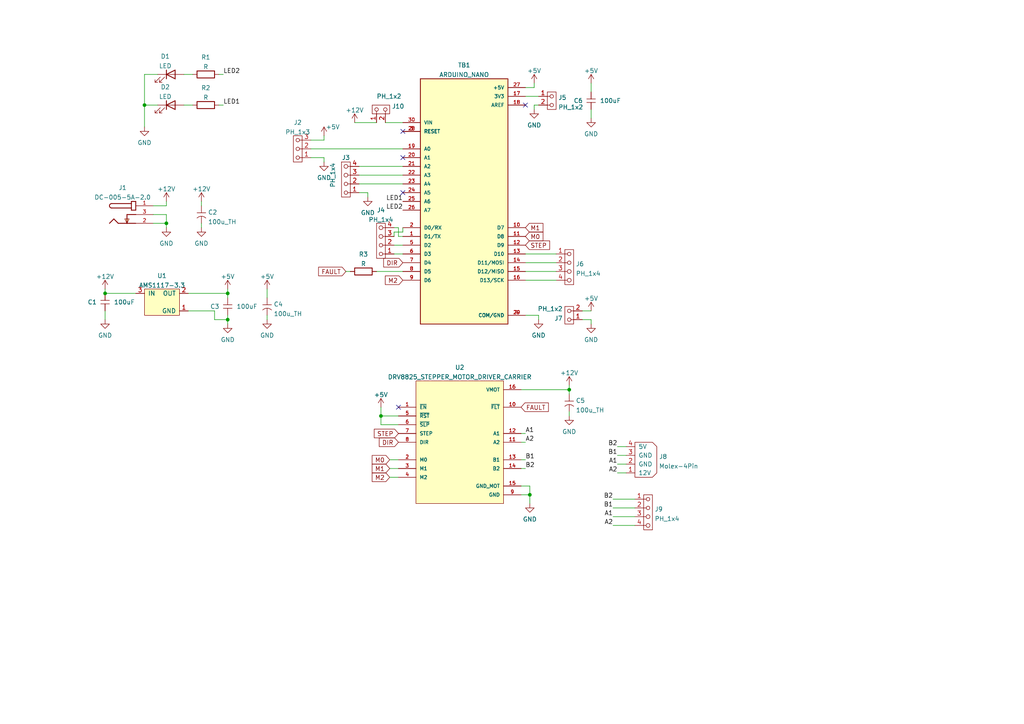
<source format=kicad_sch>
(kicad_sch (version 20211123) (generator eeschema)
  (paper "A4")
  (lib_symbols
    (symbol "oth:Molex-4Pin" (pin_names (offset 1.016))
      (property "Reference" "J" (at 1.27 6.35 0))
      (property "Value" "Molex-4Pin" (at 5.08 -6.35 0))
      (symbol "Molex-4Pin_0_1"
        (polyline (pts (xy 0 5.08) (xy 0 -5.08) (xy 5.08 -5.08) (xy 6.35 -3.81) (xy 6.35 0) (xy 6.35 3.81) (xy 5.08 5.08) (xy 0 5.08)))
      )
      (symbol "Molex-4Pin_1_1"
        (pin passive line (at -2.54 -3.81 0) (length 2.54) (name "12V") (number "1"))
        (pin passive line (at -2.54 -1.27 0) (length 2.54) (name "GND") (number "2"))
        (pin passive line (at -2.54 1.27 0) (length 2.54) (name "GND") (number "3"))
        (pin passive line (at -2.54 3.81 0) (length 2.54) (name "5V") (number "4"))
      )
    )
    (symbol "oth:PH_1x4" (pin_names (offset 1.016) hide)
      (property "Reference" "J" (at 0 3.81 0))
      (property "Value" "PH_1x4" (at 0 -8.89 0))
      (symbol "PH_1x4_0_1"
        (rectangle (start -1.27 2.54) (end 1.27 -7.62))
        (circle (center 0 -3.81) (radius 0.5588))
        (circle (center 0 -1.27) (radius 0.508))
        (polyline (pts (xy -1.27 -3.81) (xy -0.635 -3.81)))
        (polyline (pts (xy -0.508 -1.27) (xy -1.27 -1.27)))
        (polyline (pts (xy -0.508 1.27) (xy -1.27 1.27)))
        (circle (center 0 1.27) (radius 0.508))
        (rectangle (start 1.27 -7.62) (end 1.27 -7.62))
      )
      (symbol "PH_1x4_1_1"
        (circle (center 0 -6.35) (radius 0.5588))
        (polyline (pts (xy -1.27 -6.35) (xy -0.635 -6.35)))
        (pin input line (at -3.81 1.27 0) (length 2.54) (name "1") (number "1"))
        (pin input line (at -3.81 -1.27 0) (length 2.54) (name "2") (number "2"))
        (pin input line (at -3.81 -3.81 0) (length 2.54) (name "3") (number "3"))
        (pin input line (at -3.81 -6.35 0) (length 2.54) (name "4") (number "4"))
      )
    )
    (symbol "power:+12V" (power) (pin_names (offset 0))
      (property "Value" "+12V" (at 0 3.556 0))
      (symbol "+12V_0_1"
        (polyline (pts (xy -0.762 1.27) (xy 0 2.54)))
        (polyline (pts (xy 0 0) (xy 0 2.54)))
        (polyline (pts (xy 0 2.54) (xy 0.762 1.27)))
      )
      (symbol "+12V_1_1"
        (pin power_in line (at 0 0 90) (length 0) hide (name "+12V") (number "1"))
      )
    )
    (symbol "power:+5V" (power) (pin_names (offset 0))
      (property "Value" "+5V" (at 0 3.556 0))
      (symbol "+5V_0_1"
        (polyline (pts (xy -0.762 1.27) (xy 0 2.54)))
        (polyline (pts (xy 0 0) (xy 0 2.54)))
        (polyline (pts (xy 0 2.54) (xy 0.762 1.27)))
      )
      (symbol "+5V_1_1"
        (pin power_in line (at 0 0 90) (length 0) hide (name "+5V") (number "1"))
      )
    )
    (symbol "power:GND" (power) (pin_names (offset 0))
      (property "Value" "GND" (at 0 -3.81 0))
      (symbol "GND_0_1"
        (polyline (pts (xy 0 0) (xy 0 -1.27) (xy 1.27 -1.27) (xy 0 -2.54) (xy -1.27 -1.27) (xy 0 -1.27)))
      )
      (symbol "GND_1_1"
        (pin power_in line (at 0 0 270) (length 0) hide (name "GND") (number "1"))
      )
    )
    (symbol "sch:100uF" (pin_numbers hide) (pin_names (offset 1.016) hide)
      (property "Reference" "C" (at -1.905 1.905 0))
      (property "Value" "100uF" (at 3.175 -1.905 0))
      (symbol "100uF_0_1"
        (polyline (pts (xy -0.508 1.27) (xy -0.508 -1.27)))
        (polyline (pts (xy 0.508 1.27) (xy 0.508 -1.27)))
      )
      (symbol "100uF_1_1"
        (pin input line (at -2.54 0 0) (length 2.032) (name "1") (number "1"))
        (pin input line (at 2.54 0 180) (length 2.032) (name "2") (number "2"))
      )
    )
    (symbol "sch:100u_TH" (pin_numbers hide) (pin_names (offset 1.016) hide)
      (property "Reference" "C" (at -1.905 1.905 0))
      (property "Value" "100u_TH" (at 2.032 -2.54 0))
      (symbol "100u_TH_0_1"
        (polyline (pts (xy -0.508 1.27) (xy -0.508 -1.27)))
        (arc (start 1.016 1.27) (mid 0.4899 0) (end 1.016 -1.27))
      )
      (symbol "100u_TH_1_1"
        (pin input line (at -2.54 0 0) (length 2.032) (name "+") (number "+"))
        (pin input line (at 2.54 0 180) (length 2.032) (name "-") (number "-"))
      )
    )
    (symbol "sch:AMS1117-3.3" (pin_names (offset 1.016))
      (property "Reference" "U" (at -3.81 3.81 0))
      (property "Value" "AMS1117-3.3" (at -1.27 -6.35 0))
      (symbol "AMS1117-3.3_0_1"
        (rectangle (start -5.08 2.54) (end 5.08 -5.08) (fill (type background)))
      )
      (symbol "AMS1117-3.3_1_1"
        (pin passive line (at 7.62 -3.81 180) (length 2.54) (name "GND") (number "1"))
        (pin passive line (at 7.62 1.27 180) (length 2.54) (name "OUT") (number "2"))
        (pin passive line (at -7.62 1.27 0) (length 2.54) (name "IN") (number "3"))
        (pin passive line (at 7.62 1.27 180) (length 2.54) hide (name "OUT") (number "4"))
      )
    )
    (symbol "sch:ARDUINO_NANO" (pin_names (offset 1.016))
      (property "Reference" "TB" (at -12.7 35.56 0))
      (property "Value" "ARDUINO_NANO" (at -12.7 -38.1 0))
      (symbol "ARDUINO_NANO_0_0"
        (rectangle (start -12.7 -35.56) (end 12.7 35.56) (stroke (width 0.254)) (fill (type background)))
        (pin bidirectional line (at -17.78 -10.16 0) (length 5.08) (name "D1/TX") (number "1"))
        (pin bidirectional line (at 17.78 -7.62 180) (length 5.08) (name "D7") (number "10"))
        (pin bidirectional line (at 17.78 -10.16 180) (length 5.08) (name "D8") (number "11"))
        (pin bidirectional line (at 17.78 -12.7 180) (length 5.08) (name "D9") (number "12"))
        (pin bidirectional line (at 17.78 -15.24 180) (length 5.08) (name "D10") (number "13"))
        (pin bidirectional line (at 17.78 -17.78 180) (length 5.08) (name "D11/MOSI") (number "14"))
        (pin bidirectional line (at 17.78 -20.32 180) (length 5.08) (name "D12/MISO") (number "15"))
        (pin bidirectional line (at 17.78 -22.86 180) (length 5.08) (name "D13/SCK") (number "16"))
        (pin power_in line (at 17.78 30.48 180) (length 5.08) (name "3V3") (number "17"))
        (pin power_in line (at 17.78 27.94 180) (length 5.08) (name "AREF") (number "18"))
        (pin input line (at -17.78 15.24 0) (length 5.08) (name "A0") (number "19"))
        (pin bidirectional line (at -17.78 -7.62 0) (length 5.08) (name "D0/RX") (number "2"))
        (pin input line (at -17.78 12.7 0) (length 5.08) (name "A1") (number "20"))
        (pin input line (at -17.78 10.16 0) (length 5.08) (name "A2") (number "21"))
        (pin input line (at -17.78 7.62 0) (length 5.08) (name "A3") (number "22"))
        (pin input line (at -17.78 5.08 0) (length 5.08) (name "A4") (number "23"))
        (pin input line (at -17.78 2.54 0) (length 5.08) (name "A5") (number "24"))
        (pin input line (at -17.78 0 0) (length 5.08) (name "A6") (number "25"))
        (pin input line (at -17.78 -2.54 0) (length 5.08) (name "A7") (number "26"))
        (pin power_in line (at 17.78 33.02 180) (length 5.08) (name "+5V") (number "27"))
        (pin input line (at -17.78 20.32 0) (length 5.08) (name "RESET") (number "28"))
        (pin power_in line (at 17.78 -33.02 180) (length 5.08) (name "COM/GND") (number "29"))
        (pin input line (at -17.78 20.32 0) (length 5.08) (name "RESET") (number "3"))
        (pin input line (at -17.78 22.86 0) (length 5.08) (name "VIN") (number "30"))
        (pin power_in line (at 17.78 -33.02 180) (length 5.08) (name "COM/GND") (number "4"))
        (pin bidirectional line (at -17.78 -12.7 0) (length 5.08) (name "D2") (number "5"))
        (pin bidirectional line (at -17.78 -15.24 0) (length 5.08) (name "D3") (number "6"))
        (pin bidirectional line (at -17.78 -17.78 0) (length 5.08) (name "D4") (number "7"))
        (pin bidirectional line (at -17.78 -20.32 0) (length 5.08) (name "D5") (number "8"))
        (pin bidirectional line (at -17.78 -22.86 0) (length 5.08) (name "D6") (number "9"))
      )
    )
    (symbol "sch:DC-005-5A-2.0" (pin_names (offset 1.016) hide)
      (property "Reference" "J" (at -5.08 5.08 0))
      (property "Value" "DC-005-5A-2.0" (at -5.08 -5.08 0))
      (symbol "DC-005-5A-2.0_0_0"
        (arc (start -4.445 3.175) (mid -5.08 2.54) (end -4.445 1.905) (stroke (width 0.254)))
        (polyline (pts (xy -4.445 1.905) (xy 1.27 1.905)) (stroke (width 0.254)))
        (polyline (pts (xy -4.445 3.175) (xy 1.27 3.175)) (stroke (width 0.254)))
        (polyline (pts (xy -3.81 -1.27) (xy -5.08 -2.54)) (stroke (width 0.254)))
        (polyline (pts (xy -2.54 -2.54) (xy -3.81 -1.27)) (stroke (width 0.254)))
        (polyline (pts (xy 0 -2.54) (xy -2.54 -2.54)) (stroke (width 0.254)))
        (polyline (pts (xy 0 0) (xy 0 -2.54)) (stroke (width 0.254)))
        (polyline (pts (xy 1.27 1.27) (xy 2.54 1.27)) (stroke (width 0.254)))
        (polyline (pts (xy 1.27 1.905) (xy 1.27 1.27)) (stroke (width 0.254)))
        (polyline (pts (xy 1.27 3.175) (xy 1.27 1.905)) (stroke (width 0.254)))
        (polyline (pts (xy 1.27 3.81) (xy 1.27 3.175)) (stroke (width 0.254)))
        (polyline (pts (xy 2.54 -2.54) (xy 0 -2.54)) (stroke (width 0.254)))
        (polyline (pts (xy 2.54 0) (xy 0 0)) (stroke (width 0.254)))
        (polyline (pts (xy 2.54 3.81) (xy 1.27 3.81)) (stroke (width 0.254)))
        (polyline (pts (xy 2.54 3.81) (xy 2.54 1.27)) (stroke (width 0.254)))
        (polyline (pts (xy -0.635 -1.27) (xy 0.635 -1.27) (xy 0 -2.54) (xy -0.635 -1.27)) (stroke (width 0.1524)) (fill (type background)))
        (pin passive line (at 7.62 2.54 180) (length 5.08) (name "~") (number "1"))
        (pin passive line (at 7.62 -2.54 180) (length 5.08) (name "~") (number "2"))
        (pin passive line (at 7.62 0 180) (length 5.08) (name "~") (number "3"))
      )
    )
    (symbol "sch:DRV8825_STEPPER_MOTOR_DRIVER_CARRIER" (pin_names (offset 1.016))
      (property "Reference" "U" (at -12.7 18.542 0))
      (property "Value" "DRV8825_STEPPER_MOTOR_DRIVER_CARRIER" (at -12.7 -20.32 0))
      (symbol "DRV8825_STEPPER_MOTOR_DRIVER_CARRIER_0_0"
        (rectangle (start -12.7 -17.78) (end 12.7 17.78) (stroke (width 0.1524)) (fill (type background)))
        (pin input line (at -17.78 10.16 0) (length 5.08) (name "~{EN}") (number "1"))
        (pin output line (at 17.78 10.16 180) (length 5.08) (name "~{FLT}") (number "10"))
        (pin output line (at 17.78 0 180) (length 5.08) (name "A2") (number "11"))
        (pin output line (at 17.78 2.54 180) (length 5.08) (name "A1") (number "12"))
        (pin output line (at 17.78 -5.08 180) (length 5.08) (name "B1") (number "13"))
        (pin output line (at 17.78 -7.62 180) (length 5.08) (name "B2") (number "14"))
        (pin power_in line (at 17.78 -12.7 180) (length 5.08) (name "GND_MOT") (number "15"))
        (pin power_in line (at 17.78 15.24 180) (length 5.08) (name "VMOT") (number "16"))
        (pin input line (at -17.78 -5.08 0) (length 5.08) (name "M0") (number "2"))
        (pin input line (at -17.78 -7.62 0) (length 5.08) (name "M1") (number "3"))
        (pin input line (at -17.78 -10.16 0) (length 5.08) (name "M2") (number "4"))
        (pin input line (at -17.78 7.62 0) (length 5.08) (name "~{RST}") (number "5"))
        (pin input line (at -17.78 5.08 0) (length 5.08) (name "~{SLP}") (number "6"))
        (pin input line (at -17.78 2.54 0) (length 5.08) (name "STEP") (number "7"))
        (pin input line (at -17.78 0 0) (length 5.08) (name "DIR") (number "8"))
        (pin power_in line (at 17.78 -15.24 180) (length 5.08) (name "GND") (number "9"))
      )
    )
    (symbol "sch:LED" (pin_numbers hide) (pin_names (offset 1.016) hide)
      (property "Reference" "D" (at 0 2.54 0))
      (property "Value" "LED" (at 0 -2.54 0))
      (symbol "LED_0_1"
        (polyline (pts (xy -1.27 -1.27) (xy -1.27 1.27)) (stroke (width 0.254)))
        (polyline (pts (xy -1.27 0) (xy 1.27 0)))
        (polyline (pts (xy 1.27 -1.27) (xy 1.27 1.27) (xy -1.27 0) (xy 1.27 -1.27)) (stroke (width 0.254)))
        (polyline (pts (xy -3.048 -0.762) (xy -4.572 -2.286) (xy -3.81 -2.286) (xy -4.572 -2.286) (xy -4.572 -1.524)))
        (polyline (pts (xy -1.778 -0.762) (xy -3.302 -2.286) (xy -2.54 -2.286) (xy -3.302 -2.286) (xy -3.302 -1.524)))
      )
      (symbol "LED_1_1"
        (pin passive line (at -3.81 0 0) (length 2.54) (name "K") (number "1"))
        (pin passive line (at 3.81 0 180) (length 2.54) (name "A") (number "2"))
      )
    )
    (symbol "sch:PH_1x2" (pin_names (offset 1.016) hide)
      (property "Reference" "J" (at 0 3.81 0))
      (property "Value" "PH_1x2" (at 2.54 -3.81 0))
      (symbol "PH_1x2_0_1"
        (rectangle (start -1.27 2.54) (end 1.27 -2.54))
        (circle (center 0 -1.27) (radius 0.508))
        (polyline (pts (xy -0.508 -1.27) (xy -1.27 -1.27)))
        (polyline (pts (xy -0.508 1.27) (xy -1.27 1.27)))
        (circle (center 0 1.27) (radius 0.508))
      )
      (symbol "PH_1x2_1_1"
        (pin input line (at -3.81 1.27 0) (length 2.54) (name "1") (number "1"))
        (pin input line (at -3.81 -1.27 0) (length 2.54) (name "2") (number "2"))
      )
    )
    (symbol "sch:PH_1x3" (pin_names (offset 1.016) hide)
      (property "Reference" "J" (at 0 3.81 0))
      (property "Value" "PH_1x3" (at 0 -6.35 0))
      (symbol "PH_1x3_0_1"
        (rectangle (start -1.27 2.54) (end 1.27 -5.08))
        (circle (center 0 -1.27) (radius 0.508))
        (polyline (pts (xy -0.508 -1.27) (xy -1.27 -1.27)))
        (polyline (pts (xy -0.508 1.27) (xy -1.27 1.27)))
        (circle (center 0 1.27) (radius 0.508))
      )
      (symbol "PH_1x3_1_1"
        (circle (center 0 -3.81) (radius 0.508))
        (polyline (pts (xy -0.508 -3.81) (xy -1.27 -3.81)))
        (pin input line (at -3.81 1.27 0) (length 2.54) (name "1") (number "1"))
        (pin input line (at -3.81 -1.27 0) (length 2.54) (name "2") (number "2"))
        (pin input line (at -3.81 -3.81 0) (length 2.54) (name "3") (number "3"))
      )
    )
    (symbol "sch:R" (pin_numbers hide) (pin_names (offset 0))
      (property "Reference" "R" (at 2.032 0 90))
      (property "Value" "R" (at 0 0 90))
      (symbol "R_0_1"
        (rectangle (start -1.016 -2.54) (end 1.016 2.54) (stroke (width 0.254)))
      )
      (symbol "R_1_1"
        (pin passive line (at 0 3.81 270) (length 1.27) (name "~") (number "1"))
        (pin passive line (at 0 -3.81 90) (length 1.27) (name "~") (number "2"))
      )
    )
  )
  (junction (at 165.1 113.03))
  (junction (at 30.48 85.09))
  (junction (at 110.49 120.65))
  (junction (at 66.04 85.09))
  (junction (at 66.04 92.71))
  (junction (at 41.91 30.48))
  (junction (at 48.26 64.77))
  (junction (at 153.67 143.51))
  (no_connect (at 115.57 118.11))
  (no_connect (at 116.84 45.72))
  (no_connect (at 116.84 38.1))
  (no_connect (at 116.84 55.88))
  (no_connect (at 152.4 30.48))
  (wire (pts (xy 168.91 90.17) (xy 171.45 90.17)))
  (wire (pts (xy 165.1 113.03) (xy 165.1 111.76)))
  (wire (pts (xy 77.47 91.44) (xy 77.47 92.71)))
  (wire (pts (xy 102.87 35.56) (xy 109.22 35.56)))
  (wire (pts (xy 115.57 123.19) (xy 110.49 123.19)))
  (wire (pts (xy 90.17 43.18) (xy 116.84 43.18)))
  (wire (pts (xy 115.57 120.65) (xy 110.49 120.65)))
  (wire (pts (xy 62.23 90.17) (xy 62.23 92.71)))
  (wire (pts (xy 114.3 71.12) (xy 116.84 71.12)))
  (wire (pts (xy 104.14 50.8) (xy 116.84 50.8)))
  (wire (pts (xy 41.91 30.48) (xy 45.72 30.48)))
  (wire (pts (xy 168.91 92.71) (xy 171.45 92.71)))
  (wire (pts (xy 171.45 24.13) (xy 171.45 26.67)))
  (wire (pts (xy 115.57 68.58) (xy 116.84 68.58)))
  (wire (pts (xy 66.04 92.71) (xy 66.04 93.98)))
  (wire (pts (xy 41.91 21.59) (xy 45.72 21.59)))
  (wire (pts (xy 77.47 83.82) (xy 77.47 86.36)))
  (wire (pts (xy 44.45 64.77) (xy 48.26 64.77)))
  (wire (pts (xy 62.23 92.71) (xy 66.04 92.71)))
  (wire (pts (xy 153.67 143.51) (xy 153.67 140.97)))
  (wire (pts (xy 104.14 55.88) (xy 106.68 55.88)))
  (wire (pts (xy 48.26 62.23) (xy 48.26 64.77)))
  (wire (pts (xy 93.98 46.99) (xy 93.98 45.72)))
  (wire (pts (xy 152.4 76.2) (xy 161.29 76.2)))
  (wire (pts (xy 111.76 35.56) (xy 116.84 35.56)))
  (wire (pts (xy 106.68 57.15) (xy 106.68 55.88)))
  (wire (pts (xy 151.13 128.27) (xy 152.4 128.27)))
  (wire (pts (xy 48.26 64.77) (xy 48.26 66.04)))
  (wire (pts (xy 30.48 83.82) (xy 30.48 85.09)))
  (wire (pts (xy 177.8 149.86) (xy 184.15 149.86)))
  (wire (pts (xy 58.42 58.42) (xy 58.42 59.69)))
  (wire (pts (xy 114.3 73.66) (xy 116.84 73.66)))
  (wire (pts (xy 30.48 85.09) (xy 39.37 85.09)))
  (wire (pts (xy 152.4 73.66) (xy 161.29 73.66)))
  (wire (pts (xy 66.04 91.44) (xy 66.04 92.71)))
  (wire (pts (xy 93.98 40.64) (xy 93.98 39.37)))
  (wire (pts (xy 179.07 132.08) (xy 181.61 132.08)))
  (wire (pts (xy 63.5 21.59) (xy 64.77 21.59)))
  (wire (pts (xy 151.13 113.03) (xy 165.1 113.03)))
  (wire (pts (xy 54.61 90.17) (xy 62.23 90.17)))
  (wire (pts (xy 30.48 90.17) (xy 30.48 92.71)))
  (wire (pts (xy 153.67 140.97) (xy 151.13 140.97)))
  (wire (pts (xy 151.13 135.89) (xy 152.4 135.89)))
  (wire (pts (xy 153.67 146.05) (xy 153.67 143.51)))
  (wire (pts (xy 115.57 138.43) (xy 113.03 138.43)))
  (wire (pts (xy 116.84 67.31) (xy 114.3 67.31)))
  (wire (pts (xy 151.13 143.51) (xy 153.67 143.51)))
  (wire (pts (xy 48.26 58.42) (xy 48.26 59.69)))
  (wire (pts (xy 151.13 133.35) (xy 152.4 133.35)))
  (wire (pts (xy 41.91 36.83) (xy 41.91 30.48)))
  (wire (pts (xy 152.4 78.74) (xy 161.29 78.74)))
  (wire (pts (xy 110.49 120.65) (xy 110.49 118.11)))
  (wire (pts (xy 154.94 25.4) (xy 152.4 25.4)))
  (wire (pts (xy 156.21 91.44) (xy 156.21 92.71)))
  (wire (pts (xy 109.22 78.74) (xy 116.84 78.74)))
  (wire (pts (xy 66.04 85.09) (xy 66.04 86.36)))
  (wire (pts (xy 66.04 83.82) (xy 66.04 85.09)))
  (wire (pts (xy 177.8 147.32) (xy 184.15 147.32)))
  (wire (pts (xy 179.07 129.54) (xy 181.61 129.54)))
  (wire (pts (xy 53.34 21.59) (xy 55.88 21.59)))
  (wire (pts (xy 177.8 144.78) (xy 184.15 144.78)))
  (wire (pts (xy 115.57 133.35) (xy 113.03 133.35)))
  (wire (pts (xy 179.07 137.16) (xy 181.61 137.16)))
  (wire (pts (xy 53.34 30.48) (xy 55.88 30.48)))
  (wire (pts (xy 114.3 67.31) (xy 114.3 68.58)))
  (wire (pts (xy 152.4 81.28) (xy 161.29 81.28)))
  (wire (pts (xy 171.45 31.75) (xy 171.45 34.29)))
  (wire (pts (xy 110.49 123.19) (xy 110.49 120.65)))
  (wire (pts (xy 177.8 152.4) (xy 184.15 152.4)))
  (wire (pts (xy 152.4 27.94) (xy 156.21 27.94)))
  (wire (pts (xy 171.45 92.71) (xy 171.45 93.98)))
  (wire (pts (xy 90.17 40.64) (xy 93.98 40.64)))
  (wire (pts (xy 151.13 125.73) (xy 152.4 125.73)))
  (wire (pts (xy 54.61 85.09) (xy 66.04 85.09)))
  (wire (pts (xy 90.17 45.72) (xy 93.98 45.72)))
  (wire (pts (xy 116.84 66.04) (xy 116.84 67.31)))
  (wire (pts (xy 58.42 64.77) (xy 58.42 66.04)))
  (wire (pts (xy 41.91 30.48) (xy 41.91 21.59)))
  (wire (pts (xy 100.33 78.74) (xy 101.6 78.74)))
  (wire (pts (xy 179.07 134.62) (xy 181.61 134.62)))
  (wire (pts (xy 104.14 48.26) (xy 116.84 48.26)))
  (wire (pts (xy 115.57 135.89) (xy 113.03 135.89)))
  (wire (pts (xy 152.4 91.44) (xy 156.21 91.44)))
  (wire (pts (xy 115.57 66.04) (xy 115.57 68.58)))
  (wire (pts (xy 165.1 113.03) (xy 165.1 114.3)))
  (wire (pts (xy 44.45 62.23) (xy 48.26 62.23)))
  (wire (pts (xy 154.94 31.75) (xy 154.94 30.48)))
  (wire (pts (xy 104.14 53.34) (xy 116.84 53.34)))
  (wire (pts (xy 154.94 24.13) (xy 154.94 25.4)))
  (wire (pts (xy 44.45 59.69) (xy 48.26 59.69)))
  (wire (pts (xy 154.94 30.48) (xy 156.21 30.48)))
  (wire (pts (xy 165.1 119.38) (xy 165.1 120.65)))
  (wire (pts (xy 114.3 66.04) (xy 115.57 66.04)))
  (wire (pts (xy 63.5 30.48) (xy 64.77 30.48)))
  (label "A1" (at 177.8 149.86 180))
  (label "A2" (at 177.8 152.4 180))
  (label "LED2" (at 116.84 60.96 180))
  (label "LED2" (at 64.77 21.59 0))
  (label "A1" (at 179.07 134.62 180))
  (label "A1" (at 152.4 125.73 0))
  (label "B1" (at 179.07 132.08 180))
  (label "B2" (at 152.4 135.89 0))
  (label "B2" (at 179.07 129.54 180))
  (label "LED1" (at 116.84 58.42 180))
  (label "A2" (at 152.4 128.27 0))
  (label "LED1" (at 64.77 30.48 0))
  (label "A2" (at 179.07 137.16 180))
  (label "B2" (at 177.8 144.78 180))
  (label "B1" (at 177.8 147.32 180))
  (label "B1" (at 152.4 133.35 0))
  (global_label "DIR" (shape input) (at 116.84 76.2 180) (property "Intersheet References" "${INTERSHEET_REFS}" (effects hide)))
  (global_label "DIR" (shape input) (at 115.57 128.27 180) (property "Intersheet References" "${INTERSHEET_REFS}" (effects hide)))
  (global_label "FAULT" (shape input) (at 151.13 118.11 0) (property "Intersheet References" "${INTERSHEET_REFS}" (effects hide)))
  (global_label "M0" (shape input) (at 152.4 68.58 0) (property "Intersheet References" "${INTERSHEET_REFS}" (effects hide)))
  (global_label "M2" (shape input) (at 116.84 81.28 180) (property "Intersheet References" "${INTERSHEET_REFS}" (effects hide)))
  (global_label "M0" (shape input) (at 113.03 133.35 180) (property "Intersheet References" "${INTERSHEET_REFS}" (effects hide)))
  (global_label "M2" (shape input) (at 113.03 138.43 180) (property "Intersheet References" "${INTERSHEET_REFS}" (effects hide)))
  (global_label "M1" (shape input) (at 113.03 135.89 180) (property "Intersheet References" "${INTERSHEET_REFS}" (effects hide)))
  (global_label "STEP" (shape input) (at 115.57 125.73 180) (property "Intersheet References" "${INTERSHEET_REFS}" (effects hide)))
  (global_label "FAULT" (shape input) (at 100.33 78.74 180) (property "Intersheet References" "${INTERSHEET_REFS}" (effects hide)))
  (global_label "M1" (shape input) (at 152.4 66.04 0) (property "Intersheet References" "${INTERSHEET_REFS}" (effects hide)))
  (global_label "STEP" (shape input) (at 152.4 71.12 0) (property "Intersheet References" "${INTERSHEET_REFS}" (effects hide)))
  (symbol (lib_id "power:GND") (at 156.21 92.71 0) (unit 1)
    (property "Reference" "#PWR019" (effects hide))
    (property "Value" "GND" (at 156.21 97.2725 0))
  )
  (symbol (lib_id "sch:ARDUINO_NANO") (at 134.62 58.42 0) (unit 1)
    (property "Reference" "TB1" (at 134.62 18.8935 0))
    (property "Value" "ARDUINO_NANO" (at 134.62 21.6686 0))
    (property "Footprint" "SHIELD_ARDUINO_NANO" (effects hide))
    (property "STANDARD" "Manufacturer Recommendations" (effects hide))
    (property "MANUFACTURER" "ARDUINO" (effects hide))
  )
  (symbol (lib_id "sch:100u_TH") (at 58.42 62.23 270) (unit 1)
    (property "Reference" "C2" (at 60.325 61.5755 90) (effects (justify left)))
    (property "Value" "100u_TH" (at 60.325 64.3506 90) (effects (justify left)))
    (property "Footprint" "footprints:CAP-EL-RADIAL-6.3X12" (effects hide))
    (property "Datasheet" "https://datasheet.lcsc.com/lcsc/1809292110_Lelon-VES221M1CTR-0607_C127327.pdf" (effects hide))
    (property "Vendor" "LCSC" (effects hide))
    (property "Vendor#" "C3339" (effects hide))
    (property "MFR#" "RVT1V101M0607" (effects hide))
  )
  (symbol (lib_id "power:+5V") (at 171.45 90.17 0) (unit 1)
    (property "Reference" "#PWR024" (effects hide))
    (property "Value" "+5V" (at 171.45 86.5655 0))
  )
  (symbol (lib_id "power:GND") (at 41.91 36.83 0) (unit 1)
    (property "Reference" "#PWR07" (effects hide))
    (property "Value" "GND" (at 41.91 41.3925 0))
  )
  (symbol (lib_id "sch:DRV8825_STEPPER_MOTOR_DRIVER_CARRIER") (at 133.35 128.27 0) (unit 1)
    (property "Reference" "U2" (at 133.35 106.5743 0))
    (property "Value" "DRV8825_STEPPER_MOTOR_DRIVER_CARRIER" (at 133.35 109.3494 0))
    (property "Footprint" "IC_DRV8825_STEPPER_MOTOR_DRIVER_CARRIER" (effects hide))
    (property "PRICE" "None" (effects hide))
    (property "DESCRIPTION" "Stepper motor controler; IC: DRV8825; 1.5A; Uin mot: 8.2÷45V" (effects hide))
    (property "PACKAGE" "None" (effects hide))
    (property "MP" "DRV8825 STEPPER MOTOR DRIVER CARRIER" (effects hide))
    (property "MF" "Pololu" (effects hide))
    (property "AVAILABILITY" "Unavailable" (effects hide))
  )
  (symbol (lib_id "sch:100uF") (at 30.48 87.63 270) (unit 1)
    (property "Reference" "C1" (at 25.4 87.63 90) (effects (justify left)))
    (property "Value" "100uF" (at 33.02 87.63 90) (effects (justify left)))
    (property "Footprint" "footprints:1206_Passive" (effects hide))
    (property "Datasheet" "https://datasheet.lcsc.com/lcsc/1810301816_Samsung-Electro-Mechanics-CL31A107MQHNNNE_C15008.pdf" (effects hide))
    (property "Vendor" "JLCPCB" (effects hide))
    (property "Vendor#" "C15008 " (effects hide))
  )
  (symbol (lib_id "sch:PH_1x2") (at 165.1 91.44 180) (unit 1)
    (property "Reference" "J7" (at 163.195 92.3485 0) (effects (justify left)))
    (property "Value" "PH_1x2" (at 163.195 89.5734 0) (effects (justify left)))
    (property "Footprint" "footprints:PinHeader_1x2_Generic" (effects hide))
  )
  (symbol (lib_id "oth:PH_1x4") (at 100.33 54.61 180) (unit 1)
    (property "Reference" "J3" (at 100.33 45.72 0))
    (property "Value" "PH_1x4" (at 96.52 50.8 90))
    (property "Footprint" "footprints:PinHeader_1x4" (effects hide))
  )
  (symbol (lib_id "power:GND") (at 171.45 93.98 0) (unit 1)
    (property "Reference" "#PWR025" (effects hide))
    (property "Value" "GND" (at 171.45 98.5425 0))
  )
  (symbol (lib_id "power:GND") (at 30.48 92.71 0) (unit 1)
    (property "Reference" "#PWR02" (effects hide))
    (property "Value" "GND" (at 30.48 97.2725 0))
  )
  (symbol (lib_id "sch:100u_TH") (at 77.47 88.9 270) (unit 1)
    (property "Reference" "C4" (at 79.375 88.2455 90) (effects (justify left)))
    (property "Value" "100u_TH" (at 79.375 91.0206 90) (effects (justify left)))
    (property "Footprint" "footprints:CAP-EL-RADIAL-6.3X12" (effects hide))
    (property "Datasheet" "https://datasheet.lcsc.com/lcsc/1809292110_Lelon-VES221M1CTR-0607_C127327.pdf" (effects hide))
    (property "Vendor" "LCSC" (effects hide))
    (property "Vendor#" "C3339" (effects hide))
    (property "MFR#" "RVT1V101M0607" (effects hide))
  )
  (symbol (lib_id "power:+12V") (at 102.87 35.56 0) (unit 1)
    (property "Reference" "#PWR010" (effects hide))
    (property "Value" "+12V" (at 102.87 31.9555 0))
  )
  (symbol (lib_id "power:+5V") (at 154.94 24.13 0) (unit 1)
    (property "Reference" "#PWR017" (effects hide))
    (property "Value" "+5V" (at 154.94 20.5255 0))
  )
  (symbol (lib_id "power:GND") (at 154.94 31.75 0) (unit 1)
    (property "Reference" "#PWR018" (effects hide))
    (property "Value" "GND" (at 154.94 36.3125 0))
  )
  (symbol (lib_id "power:+5V") (at 66.04 83.82 0) (unit 1)
    (property "Reference" "#PWR08" (effects hide))
    (property "Value" "+5V" (at 66.04 80.2155 0))
  )
  (symbol (lib_id "sch:100u_TH") (at 165.1 116.84 270) (unit 1)
    (property "Reference" "C5" (at 167.005 116.1855 90) (effects (justify left)))
    (property "Value" "100u_TH" (at 167.005 118.9606 90) (effects (justify left)))
    (property "Footprint" "footprints:CAP-EL-RADIAL-6.3X12" (effects hide))
    (property "Datasheet" "https://datasheet.lcsc.com/lcsc/1809292110_Lelon-VES221M1CTR-0607_C127327.pdf" (effects hide))
    (property "Vendor" "LCSC" (effects hide))
    (property "Vendor#" "C3339" (effects hide))
    (property "MFR#" "RVT1V101M0607" (effects hide))
  )
  (symbol (lib_id "power:GND") (at 153.67 146.05 0) (unit 1)
    (property "Reference" "#PWR016" (effects hide))
    (property "Value" "GND" (at 153.67 150.6125 0))
  )
  (symbol (lib_id "sch:LED") (at 49.53 21.59 0) (unit 1)
    (property "Reference" "D1" (at 47.9425 16.3535 0))
    (property "Value" "LED" (at 47.9425 19.1286 0))
    (property "Footprint" "footprints:PinHeader_1x2_Generic" (effects hide))
  )
  (symbol (lib_id "sch:PH_1x2") (at 110.49 31.75 90) (unit 1)
    (property "Reference" "J10" (at 113.665 30.8415 90) (effects (justify right)))
    (property "Value" "PH_1x2" (at 109.22 27.94 90) (effects (justify right)))
    (property "Footprint" "footprints:PinHeader_1x2_Generic" (effects hide))
  )
  (symbol (lib_id "sch:100uF") (at 66.04 88.9 270) (unit 1)
    (property "Reference" "C3" (at 60.96 88.9 90) (effects (justify left)))
    (property "Value" "100uF" (at 68.58 88.9 90) (effects (justify left)))
    (property "Footprint" "footprints:1206_Passive" (effects hide))
    (property "Datasheet" "https://datasheet.lcsc.com/lcsc/1810301816_Samsung-Electro-Mechanics-CL31A107MQHNNNE_C15008.pdf" (effects hide))
    (property "Vendor" "JLCPCB" (effects hide))
    (property "Vendor#" "C15008 " (effects hide))
  )
  (symbol (lib_id "power:GND") (at 106.68 57.15 0) (unit 1)
    (property "Reference" "#PWR014" (effects hide))
    (property "Value" "GND" (at 106.68 61.7125 0))
  )
  (symbol (lib_id "sch:100uF") (at 171.45 29.21 270) (unit 1)
    (property "Reference" "C6" (at 166.37 29.21 90) (effects (justify left)))
    (property "Value" "100uF" (at 173.99 29.21 90) (effects (justify left)))
    (property "Footprint" "footprints:1206_Passive" (effects hide))
    (property "Datasheet" "https://datasheet.lcsc.com/lcsc/1810301816_Samsung-Electro-Mechanics-CL31A107MQHNNNE_C15008.pdf" (effects hide))
    (property "Vendor" "JLCPCB" (effects hide))
    (property "Vendor#" "C15008 " (effects hide))
  )
  (symbol (lib_id "power:GND") (at 165.1 120.65 0) (unit 1)
    (property "Reference" "#PWR021" (effects hide))
    (property "Value" "GND" (at 165.1 125.2125 0))
  )
  (symbol (lib_id "power:GND") (at 171.45 34.29 0) (unit 1)
    (property "Reference" "#PWR023" (effects hide))
    (property "Value" "GND" (at 171.45 38.8525 0))
  )
  (symbol (lib_id "power:GND") (at 66.04 93.98 0) (unit 1)
    (property "Reference" "#PWR09" (effects hide))
    (property "Value" "GND" (at 66.04 98.5425 0))
  )
  (symbol (lib_id "oth:PH_1x4") (at 110.49 72.39 180) (unit 1)
    (property "Reference" "J4" (at 110.49 60.9305 0))
    (property "Value" "PH_1x4" (at 110.49 63.7056 0))
    (property "Footprint" "footprints:PinHeader_1x4" (effects hide))
  )
  (symbol (lib_id "power:GND") (at 58.42 66.04 0) (unit 1)
    (property "Reference" "#PWR06" (effects hide))
    (property "Value" "GND" (at 58.42 70.6025 0))
  )
  (symbol (lib_id "power:GND") (at 48.26 66.04 0) (unit 1)
    (property "Reference" "#PWR04" (effects hide))
    (property "Value" "GND" (at 48.26 70.6025 0))
  )
  (symbol (lib_id "sch:DC-005-5A-2.0") (at 36.83 62.23 0) (unit 1)
    (property "Reference" "J1" (at 35.56 54.4535 0))
    (property "Value" "DC-005-5A-2.0" (at 35.56 57.2286 0))
    (property "Footprint" "XKB_DC-005-5A-2.0" (effects hide))
    (property "STANDARD" "Manufacturer Recommendations" (effects hide))
    (property "PARTREV" "A0" (effects hide))
    (property "MAXIMUM_PACKAGE_HEIGHT" "11 mm" (effects hide))
    (property "MANUFACTURER" "XKB" (effects hide))
  )
  (symbol (lib_id "sch:PH_1x3") (at 86.36 44.45 180) (unit 1)
    (property "Reference" "J2" (at 86.36 35.5305 0))
    (property "Value" "PH_1x3" (at 86.36 38.3056 0))
    (property "Footprint" "footprints:PinHeader_1x3_Generic" (effects hide))
  )
  (symbol (lib_id "power:GND") (at 93.98 46.99 0) (unit 1)
    (property "Reference" "#PWR013" (effects hide))
    (property "Value" "GND" (at 93.98 51.5525 0))
  )
  (symbol (lib_id "power:+5V") (at 77.47 83.82 0) (unit 1)
    (property "Reference" "#PWR0101" (effects hide))
    (property "Value" "+5V" (at 77.47 80.2155 0))
  )
  (symbol (lib_id "oth:Molex-4Pin") (at 184.15 133.35 0) (unit 1)
    (property "Reference" "J8" (at 191.135 132.4415 0) (effects (justify left)))
    (property "Value" "Molex-4Pin" (at 191.135 135.2166 0) (effects (justify left)))
    (property "Footprint" "footprints:MOLEX_8981_4-PIN" (effects hide))
    (property "Datasheet" "https://www.molex.com/pdm_docs/sd/015244449_sd.pdf" (effects hide))
    (property "Vendor" "AliExpress" (effects hide))
  )
  (symbol (lib_id "oth:PH_1x4") (at 165.1 74.93 0) (unit 1)
    (property "Reference" "J6" (at 167.005 76.5615 0) (effects (justify left)))
    (property "Value" "PH_1x4" (at 167.005 79.3366 0) (effects (justify left)))
    (property "Footprint" "footprints:PinHeader_1x4" (effects hide))
  )
  (symbol (lib_id "power:+12V") (at 58.42 58.42 0) (unit 1)
    (property "Reference" "#PWR05" (effects hide))
    (property "Value" "+12V" (at 58.42 54.8155 0))
  )
  (symbol (lib_id "oth:PH_1x4") (at 187.96 146.05 0) (unit 1)
    (property "Reference" "J9" (at 189.865 147.6815 0) (effects (justify left)))
    (property "Value" "PH_1x4" (at 189.865 150.4566 0) (effects (justify left)))
    (property "Footprint" "footprints:PinHeader_1x4" (effects hide))
  )
  (symbol (lib_id "power:GND") (at 77.47 92.71 0) (unit 1)
    (property "Reference" "#PWR011" (effects hide))
    (property "Value" "GND" (at 77.47 97.2725 0))
  )
  (symbol (lib_id "sch:R") (at 59.69 30.48 90) (unit 1)
    (property "Reference" "R2" (at 59.69 25.4975 90))
    (property "Value" "R" (at 59.69 28.2726 90))
    (property "Footprint" "footprints:PinHeader_1x2_Generic" (effects hide))
  )
  (symbol (lib_id "power:+5V") (at 93.98 39.37 0) (unit 1)
    (property "Reference" "#PWR012" (effects hide))
    (property "Value" "+5V" (at 96.52 36.83 0))
  )
  (symbol (lib_id "power:+12V") (at 165.1 111.76 0) (unit 1)
    (property "Reference" "#PWR020" (effects hide))
    (property "Value" "+12V" (at 165.1 108.1555 0))
  )
  (symbol (lib_id "sch:R") (at 105.41 78.74 90) (unit 1)
    (property "Reference" "R3" (at 105.41 73.7575 90))
    (property "Value" "R" (at 105.41 76.5326 90))
    (property "Footprint" "footprints:PinHeader_1x2_Generic" (effects hide))
  )
  (symbol (lib_id "power:+12V") (at 48.26 58.42 0) (unit 1)
    (property "Reference" "#PWR03" (effects hide))
    (property "Value" "+12V" (at 48.26 54.8155 0))
  )
  (symbol (lib_id "power:+5V") (at 171.45 24.13 0) (unit 1)
    (property "Reference" "#PWR022" (effects hide))
    (property "Value" "+5V" (at 171.45 20.5255 0))
  )
  (symbol (lib_id "sch:R") (at 59.69 21.59 90) (unit 1)
    (property "Reference" "R1" (at 59.69 16.6075 90))
    (property "Value" "R" (at 59.69 19.3826 90))
    (property "Footprint" "footprints:PinHeader_1x2_Generic" (effects hide))
  )
  (symbol (lib_id "power:+5V") (at 110.49 118.11 0) (unit 1)
    (property "Reference" "#PWR015" (effects hide))
    (property "Value" "+5V" (at 110.49 114.5055 0))
  )
  (symbol (lib_id "sch:AMS1117-3.3") (at 46.99 86.36 0) (unit 1)
    (property "Reference" "U1" (at 46.99 79.9805 0))
    (property "Value" "AMS1117-3.3" (at 46.99 82.7556 0))
    (property "Footprint" "footprints:SOT229P700X180-4N" (effects hide))
    (property "Datasheet" "http://www.advanced-monolithic.com/pdf/ds1117.pdf" (effects hide))
    (property "Vendor" "LCSC" (effects hide))
    (property "Vendor#" "C6186" (effects hide))
  )
  (symbol (lib_id "power:+12V") (at 30.48 83.82 0) (unit 1)
    (property "Reference" "#PWR01" (effects hide))
    (property "Value" "+12V" (at 30.48 80.2155 0))
  )
  (symbol (lib_id "sch:LED") (at 49.53 30.48 0) (unit 1)
    (property "Reference" "D2" (at 47.9425 25.2435 0))
    (property "Value" "LED" (at 47.9425 28.0186 0))
    (property "Footprint" "footprints:PinHeader_1x2_Generic" (effects hide))
  )
  (symbol (lib_id "sch:PH_1x2") (at 160.02 29.21 0) (unit 1)
    (property "Reference" "J5" (at 161.925 28.3015 0) (effects (justify left)))
    (property "Value" "PH_1x2" (at 161.925 31.0766 0) (effects (justify left)))
    (property "Footprint" "footprints:PinHeader_1x2_Generic" (effects hide))
  )
)
</source>
